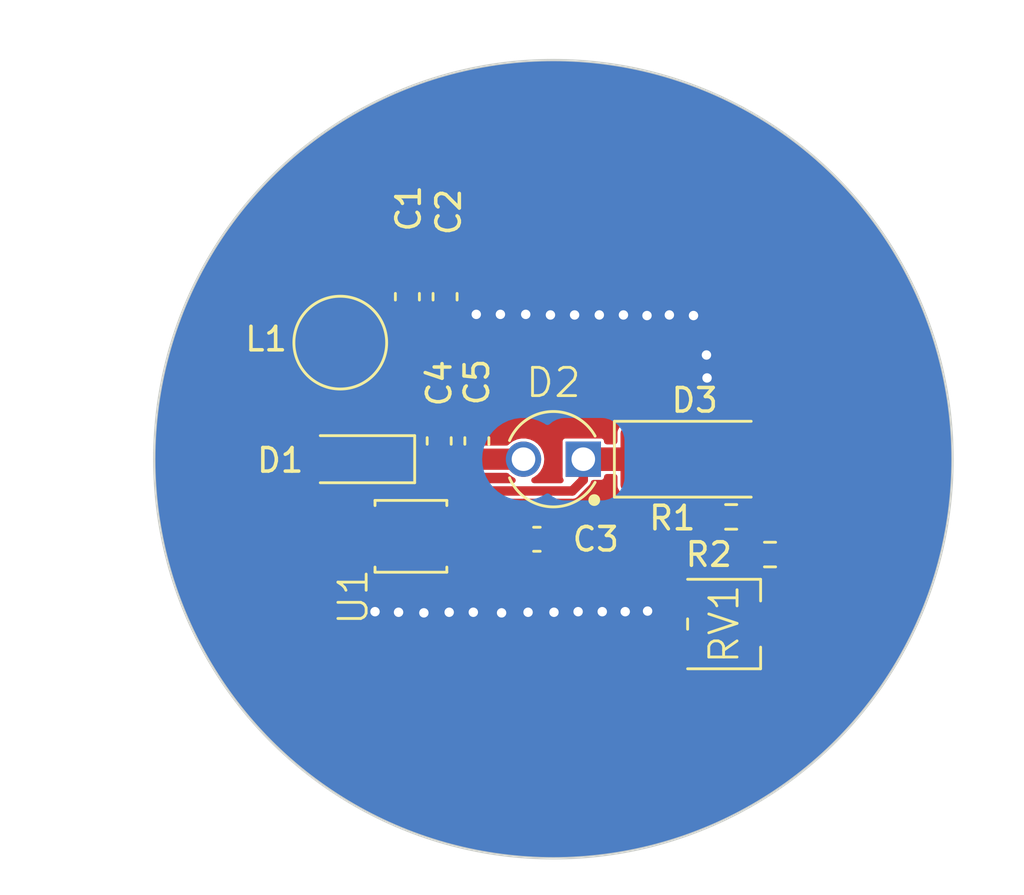
<source format=kicad_pcb>
(kicad_pcb (version 20221018) (generator pcbnew)
  (layers (0 "F.Cu" signal) (31 "B.Cu" signal) (34 "B.Paste" user) (35 "F.Paste" user) (36 "B.SilkS" user "B.Silkscreen") (37 "F.SilkS" user "F.Silkscreen") (38 "B.Mask" user) (39 "F.Mask" user) (44 "Edge.Cuts" user))
  (net 0 "")
  (net 1 "GND")
  (net 2 "Vin")
  (net 3 "Net-(R2-Pad2)")
  (net 4 "Net-(U1-REF)")
  (net 5 "Net-(D1-K)")
  (net 6 "Net-(D1-A)")
  (net 7 "FB")
  (net 8 "Net-(D3-A)")
  (footprint "Diode_SMD:D_SOD-123" (layer "F.Cu") (at 91.75 100 180)
    (fp_text reference "D1" (at 3.35 -0.05 180) (layer "F.SilkS"))
    (fp_text value "MBR0520")
    (fp_line (start -2.36 -1) (end -2.36 1) (stroke (width 0.12)) (layer "F.SilkS"))
    (fp_line (start -2.36 -1) (end 1.65 -1) (stroke (width 0.12)) (layer "F.SilkS"))
    (fp_line (start -2.36 1) (end 1.65 1) (stroke (width 0.12)) (layer "F.SilkS"))
    (pad "1" smd roundrect (at -1.65 0 180) (size 0.9 1.2) (layers "F.Cu" "F.Paste" "F.Mask") (net 5 "Net-(D1-K)"))
    (pad "2" smd roundrect (at 1.65 0 180) (size 0.9 1.2) (layers "F.Cu" "F.Paste" "F.Mask") (net 6 "Net-(D1-A)"))
  )
  (footprint "Diode_SMD:D_MELF" (layer "F.Cu") (at 106 100)
    (fp_text reference "D3" (at 0 -2.5) (layer "F.SilkS"))
    (fp_text value "DIODE")
    (fp_line (start -3.41 -1.61) (end -3.41 1.61) (stroke (width 0.12)) (layer "F.SilkS"))
    (fp_line (start -3.41 1.61) (end 2.4 1.61) (stroke (width 0.12)) (layer "F.SilkS"))
    (fp_line (start 2.4 -1.61) (end -3.41 -1.61) (stroke (width 0.12)) (layer "F.SilkS"))
    (pad "1" smd roundrect (at -2.4 0) (size 1.5 2.7) (layers "F.Cu" "F.Paste" "F.Mask") (roundrect_rratio 0.1666666667) (net 7 "FB"))
    (pad "2" smd roundrect (at 2.4 0) (size 1.5 2.7) (layers "F.Cu" "F.Paste" "F.Mask") (roundrect_rratio 0.1666666667) (net 8 "Net-(D3-A)"))
  )
  (footprint "Personal:PANASONIC_EVM3YSX50B52" (layer "F.Cu") (at 107.25 107 -90)
    (fp_text reference "RV1" (at 0 0 90) (layer "F.SilkS") (effects (font (size 1.2 1.2) (thickness 0.12))))
    (fp_text value "200")
    (fp_line (start -1.9 -1.55) (end -0.98 -1.55) (stroke (width 0.12)) (layer "F.SilkS"))
    (fp_line (start -1.9 1.55) (end -1.9 -1.55) (stroke (width 0.12)) (layer "F.SilkS"))
    (fp_line (start -0.22 1.55) (end 0.22 1.55) (stroke (width 0.12)) (layer "F.SilkS"))
    (fp_line (start 0.98 -1.55) (end 1.9 -1.55) (stroke (width 0.12)) (layer "F.SilkS"))
    (fp_line (start 1.9 -1.55) (end 1.9 1.55) (stroke (width 0.12)) (layer "F.SilkS"))
    (pad "1" smd rect (at 0 -1.65 270) (size 1.6 1.5) (layers "F.Cu" "F.Paste" "F.Mask") (net 3 "Net-(R2-Pad2)"))
    (pad "2" smd rect (at 1 1.6 270) (size 1.2 1.2) (layers "F.Cu" "F.Paste" "F.Mask") (net 3 "Net-(R2-Pad2)"))
    (pad "3" smd rect (at -1 1.6 270) (size 1.2 1.2) (layers "F.Cu" "F.Paste" "F.Mask") (net 1 "GND"))
  )
  (footprint "Capacitor_SMD:C_0603_1608Metric" (layer "F.Cu") (at 95.4 93.1 -90)
    (fp_text reference "C2" (at -3.6 -0.15 90) (layer "F.SilkS"))
    (fp_text value "4u7")
    (fp_line (start -0.14058 -0.51) (end 0.14058 -0.51) (stroke (width 0.12)) (layer "F.SilkS"))
    (fp_line (start -0.14058 0.51) (end 0.14058 0.51) (stroke (width 0.12)) (layer "F.SilkS"))
    (pad "1" smd roundrect (at -0.775 0 270) (size 0.9 0.95) (layers "F.Cu" "F.Paste" "F.Mask") (net 2 "Vin"))
    (pad "2" smd roundrect (at 0.775 0 270) (size 0.9 0.95) (layers "F.Cu" "F.Paste" "F.Mask") (net 1 "GND"))
  )
  (footprint "Capacitor_SMD:C_0603_1608Metric" (layer "F.Cu") (at 95.15 99.225 90)
    (fp_text reference "C4" (at 2.45 0 90) (layer "F.SilkS"))
    (fp_text value "4u7")
    (fp_line (start -0.14058 -0.51) (end 0.14058 -0.51) (stroke (width 0.12)) (layer "F.SilkS"))
    (fp_line (start -0.14058 0.51) (end 0.14058 0.51) (stroke (width 0.12)) (layer "F.SilkS"))
    (pad "1" smd roundrect (at -0.775 0 90) (size 0.9 0.95) (layers "F.Cu" "F.Paste" "F.Mask") (net 5 "Net-(D1-K)"))
    (pad "2" smd roundrect (at 0.775 0 90) (size 0.9 0.95) (layers "F.Cu" "F.Paste" "F.Mask") (net 1 "GND"))
  )
  (footprint "Resistor_SMD:R_0603_1608Metric" (layer "F.Cu") (at 107.55 102.45 180)
    (fp_text reference "R1" (at 2.5 -0.05) (layer "F.SilkS"))
    (fp_text value "2k2")
    (fp_line (start -0.237258 -0.5225) (end 0.237258 -0.5225) (stroke (width 0.12)) (layer "F.SilkS"))
    (fp_line (start -0.237258 0.5225) (end 0.237258 0.5225) (stroke (width 0.12)) (layer "F.SilkS"))
    (pad "1" smd roundrect (at -0.825 0 180) (size 0.8 0.95) (layers "F.Cu" "F.Paste" "F.Mask") (net 8 "Net-(D3-A)"))
    (pad "2" smd roundrect (at 0.825 0 180) (size 0.8 0.95) (layers "F.Cu" "F.Paste" "F.Mask") (net 1 "GND"))
  )
  (footprint "Capacitor_SMD:C_0603_1608Metric" (layer "F.Cu") (at 99.3 103.4)
    (fp_text reference locked "C3" (at 2.5 0) (layer "F.SilkS"))
    (fp_text value "100n")
    (fp_line (start -0.14058 -0.51) (end 0.14058 -0.51) (stroke (width 0.12)) (layer "F.SilkS"))
    (fp_line (start -0.14058 0.51) (end 0.14058 0.51) (stroke (width 0.12)) (layer "F.SilkS"))
    (pad "1" smd roundrect (at -0.775 0) (size 0.9 0.95) (layers "F.Cu" "F.Paste" "F.Mask") (net 4 "Net-(U1-REF)"))
    (pad "2" smd roundrect (at 0.775 0) (size 0.9 0.95) (layers "F.Cu" "F.Paste" "F.Mask") (net 1 "GND"))
  )
  (footprint "Personal:SOP50P490X110-8N" (layer "F.Cu") (at 93.95 103.275 90)
    (fp_text reference "U1" (at -2.575 -2.45 90) (layer "F.SilkS") (effects (font (size 1.2 1.2) (thickness 0.12))))
    (fp_text value "MAX1674")
    (fp_line (start -1.525 -1.525) (end -1.306 -1.525) (stroke (width 0.12)) (layer "F.SilkS"))
    (fp_line (start -1.525 1.525) (end -1.525 -1.525) (stroke (width 0.12)) (layer "F.SilkS"))
    (fp_line (start -1.306 1.525) (end -1.525 1.525) (stroke (width 0.12)) (layer "F.SilkS"))
    (fp_line (start 1.306 1.525) (end 1.525 1.525) (stroke (width 0.12)) (layer "F.SilkS"))
    (fp_line (start 1.525 -1.525) (end 1.306 -1.525) (stroke (width 0.12)) (layer "F.SilkS"))
    (fp_line (start 1.525 1.525) (end 1.525 -1.525) (stroke (width 0.12)) (layer "F.SilkS"))
    (pad "1" smd roundrect (at -0.975 2.1 180) (size 1.171 0.4) (layers "F.Cu" "F.Paste" "F.Mask") (roundrect_rratio 0.2516975) (net 7 "FB"))
    (pad "2" smd roundrect (at -0.325 2.1 180) (size 1.171 0.4) (layers "F.Cu" "F.Paste" "F.Mask") (roundrect_rratio 0.2516975) (net 1 "GND"))
    (pad "3" smd roundrect (at 0.325 2.1 180) (size 1.171 0.4) (layers "F.Cu" "F.Paste" "F.Mask") (roundrect_rratio 0.2516975))
    (pad "4" smd roundrect (at 0.975 2.1 180) (size 1.171 0.4) (layers "F.Cu" "F.Paste" "F.Mask") (roundrect_rratio 0.2516975) (net 4 "Net-(U1-REF)"))
    (pad "5" smd roundrect (at 0.975 -2.1 180) (size 1.171 0.4) (layers "F.Cu" "F.Paste" "F.Mask") (roundrect_rratio 0.2516975) (net 5 "Net-(D1-K)"))
    (pad "6" smd roundrect (at 0.325 -2.1 180) (size 1.171 0.4) (layers "F.Cu" "F.Paste" "F.Mask") (roundrect_rratio 0.2516975) (net 1 "GND"))
    (pad "7" smd roundrect (at -0.325 -2.1 180) (size 1.171 0.4) (layers "F.Cu" "F.Paste" "F.Mask") (roundrect_rratio 0.2516975) (net 6 "Net-(D1-A)"))
    (pad "8" smd roundrect (at -0.975 -2.1 180) (size 1.171 0.4) (layers "F.Cu" "F.Paste" "F.Mask") (roundrect_rratio 0.2516975) (net 5 "Net-(D1-K)"))
  )
  (footprint "Personal:LEDRD254W50D405H508" (layer "F.Cu") (at 100 100 180)
    (fp_text reference "D2" (at 0 3.25) (layer "F.SilkS") (effects (font (size 1.2 1.2) (thickness 0.12))))
    (fp_text value "LED")
    (fp_arc (start -1.7711 -0.9817) (mid 0.105947 -2.022203) (end 1.863988 -0.791251) (stroke (width 0.12)) (layer "F.SilkS"))
    (fp_arc (start 1.864 0.7912) (mid 0.105998 2.022191) (end -1.771067 0.981741) (stroke (width 0.12)) (layer "F.SilkS"))
    (fp_circle (center -1.736 -1.736) (end -1.736 -1.611) (stroke (width 0.25)) (fill none) (layer "F.SilkS"))
    (pad "1" thru_hole rect (at -1.27 0 180) (size 1.5 1.5) (drill 1) (layers "*.Cu" "*.Mask") (net 7 "FB"))
    (pad "2" thru_hole circle (at 1.27 0 180) (size 1.5 1.5) (drill 1) (layers "*.Cu" "*.Mask") (net 5 "Net-(D1-K)"))
  )
  (footprint "Resistor_SMD:R_0603_1608Metric" (layer "F.Cu") (at 109.2 104.05)
    (fp_text reference "R2" (at -2.6 0) (layer "F.SilkS"))
    (fp_text value "33")
    (fp_line (start -0.237258 -0.5225) (end 0.237258 -0.5225) (stroke (width 0.12)) (layer "F.SilkS"))
    (fp_line (start -0.237258 0.5225) (end 0.237258 0.5225) (stroke (width 0.12)) (layer "F.SilkS"))
    (pad "1" smd roundrect (at -0.825 0) (size 0.8 0.95) (layers "F.Cu" "F.Paste" "F.Mask") (net 8 "Net-(D3-A)"))
    (pad "2" smd roundrect (at 0.825 0) (size 0.8 0.95) (layers "F.Cu" "F.Paste" "F.Mask") (net 3 "Net-(R2-Pad2)"))
  )
  (footprint "Personal:DO1608C" (layer "F.Cu") (at 90.95 95.05 -90)
    (fp_text reference "L1" (at -0.15 3.15 unlocked) (layer "F.SilkS"))
    (fp_text value "22u" hide)
    (fp_circle (center 0 0) (end 1.97 0) (stroke (width 0.12)) (fill none) (layer "F.SilkS"))
    (pad "1" smd rect (at -2.73 0 270) (size 1.4 3.56) (layers "F.Cu" "F.Paste" "F.Mask") (net 2 "Vin"))
    (pad "2" smd rect (at 2.73 0 270) (size 1.4 3.56) (layers "F.Cu" "F.Paste" "F.Mask") (net 6 "Net-(D1-A)"))
  )
  (footprint "Capacitor_SMD:C_0603_1608Metric" (layer "F.Cu") (at 93.8 93.1 -90)
    (fp_text reference "C1" (at -3.75 -0.05 90) (layer "F.SilkS"))
    (fp_text value "4u7")
    (fp_line (start -0.14058 -0.51) (end 0.14058 -0.51) (stroke (width 0.12)) (layer "F.SilkS"))
    (fp_line (start -0.14058 0.51) (end 0.14058 0.51) (stroke (width 0.12)) (layer "F.SilkS"))
    (pad "1" smd roundrect (at -0.775 0 270) (size 0.9 0.95) (layers "F.Cu" "F.Paste" "F.Mask") (net 2 "Vin"))
    (pad "2" smd roundrect (at 0.775 0 270) (size 0.9 0.95) (layers "F.Cu" "F.Paste" "F.Mask") (net 1 "GND"))
  )
  (footprint "Capacitor_SMD:C_0603_1608Metric" (layer "F.Cu") (at 96.75 99.225 90)
    (fp_text reference "C5" (at 2.5 0 90) (layer "F.SilkS"))
    (fp_text value "4u7")
    (fp_line (start -0.14058 -0.51) (end 0.14058 -0.51) (stroke (width 0.12)) (layer "F.SilkS"))
    (fp_line (start -0.14058 0.51) (end 0.14058 0.51) (stroke (width 0.12)) (layer "F.SilkS"))
    (pad "1" smd roundrect (at -0.775 0 90) (size 0.9 0.95) (layers "F.Cu" "F.Paste" "F.Mask") (net 5 "Net-(D1-K)"))
    (pad "2" smd roundrect (at 0.775 0 90) (size 0.9 0.95) (layers "F.Cu" "F.Paste" "F.Mask") (net 1 "GND"))
  )
  (gr_circle (center 100 100) (end 116.95 100) (stroke (width 0.1)) (fill none) (layer "Edge.Cuts"))
  (via (at 97.75 93.85) (size 0.8) (drill 0.4) (layers "F.Cu" "B.Cu") (net 1))
  (via (at 104 106.45) (size 0.8) (drill 0.4) (layers "F.Cu" "B.Cu") (net 1))
  (via (at 98.825 93.85) (size 0.8) (drill 0.4) (layers "F.Cu" "B.Cu") (net 1))
  (via (at 95.575 106.5) (size 0.8) (drill 0.4) (layers "F.Cu" "B.Cu") (net 1))
  (via (at 101.05 106.475) (size 0.8) (drill 0.4) (layers "F.Cu" "B.Cu") (net 1))
  (via (at 106.525 96.55) (size 0.8) (drill 0.4) (layers "F.Cu" "B.Cu") (net 1))
  (via (at 92.425 106.475) (size 0.8) (drill 0.4) (layers "F.Cu" "B.Cu") (net 1))
  (via (at 102.075 106.475) (size 0.8) (drill 0.4) (layers "F.Cu" "B.Cu") (net 1))
  (via (at 106.5 95.575) (size 0.8) (drill 0.4) (layers "F.Cu" "B.Cu") (net 1))
  (via (at 105.95 93.9) (size 0.8) (drill 0.4) (layers "F.Cu" "B.Cu") (net 1))
  (via (at 100.9 93.875) (size 0.8) (drill 0.4) (layers "F.Cu" "B.Cu") (net 1))
  (via (at 94.5 106.525) (size 0.8) (drill 0.4) (layers "F.Cu" "B.Cu") (net 1))
  (via (at 98.925 106.5) (size 0.8) (drill 0.4) (layers "F.Cu" "B.Cu") (net 1))
  (via (at 97.8 106.525) (size 0.8) (drill 0.4) (layers "F.Cu" "B.Cu") (net 1))
  (via (at 103.975 93.9) (size 0.8) (drill 0.4) (layers "F.Cu" "B.Cu") (net 1))
  (via (at 99.875 93.875) (size 0.8) (drill 0.4) (layers "F.Cu" "B.Cu") (net 1))
  (via (at 103.05 106.475) (size 0.8) (drill 0.4) (layers "F.Cu" "B.Cu") (net 1))
  (via (at 96.6 106.5) (size 0.8) (drill 0.4) (layers "F.Cu" "B.Cu") (net 1))
  (via (at 96.725 93.85) (size 0.8) (drill 0.4) (layers "F.Cu" "B.Cu") (net 1))
  (via (at 104.925 93.875) (size 0.8) (drill 0.4) (layers "F.Cu" "B.Cu") (net 1))
  (via (at 102.975 93.875) (size 0.8) (drill 0.4) (layers "F.Cu" "B.Cu") (net 1))
  (via (at 93.425 106.5) (size 0.8) (drill 0.4) (layers "F.Cu" "B.Cu") (net 1))
  (via (at 101.95 93.875) (size 0.8) (drill 0.4) (layers "F.Cu" "B.Cu") (net 1))
  (via (at 100.025 106.5) (size 0.8) (drill 0.4) (layers "F.Cu" "B.Cu") (net 1))
  (segment (start 90.95 92.32) (end 95.355 92.32) (width 0.9) (layer "F.Cu") (net 2))
  (segment (start 95.355 92.32) (end 95.4 92.275) (width 0.25) (layer "F.Cu") (net 2))
  (segment (start 110.025 104.925) (end 108.9 106.05) (width 0.25) (layer "F.Cu") (net 3))
  (segment (start 110.025 104.05) (end 110.025 104.925) (width 0.25) (layer "F.Cu") (net 3))
  (segment (start 107.9 108) (end 108.9 107) (width 0.25) (layer "F.Cu") (net 3))
  (segment (start 105.65 108) (end 107.9 108) (width 0.25) (layer "F.Cu") (net 3))
  (segment (start 108.9 106.05) (end 108.9 107) (width 0.25) (layer "F.Cu") (net 3))
  (segment (start 98.525 103.4) (end 98.525 102.675) (width 0.4) (layer "F.Cu") (net 4))
  (segment (start 98.15 102.3) (end 96.05 102.3) (width 0.4) (layer "F.Cu") (net 4))
  (segment (start 98.525 102.675) (end 98.15 102.3) (width 0.4) (layer "F.Cu") (net 4))
  (segment (start 95.15 100) (end 96.75 100) (width 0.9) (layer "F.Cu") (net 5))
  (segment (start 92.85 104.25) (end 93.4 103.7) (width 0.4) (layer "F.Cu") (net 5))
  (segment (start 98.73 100) (end 96.775 100) (width 0.9) (layer "F.Cu") (net 5))
  (segment (start 93.4 103.7) (end 93.4 101.6) (width 0.4) (layer "F.Cu") (net 5))
  (segment (start 91.85 104.25) (end 92.85 104.25) (width 0.4) (layer "F.Cu") (net 5))
  (segment (start 96.775 100) (end 96.75 99.975) (width 0.25) (layer "F.Cu") (net 5))
  (segment (start 93.4 101.6) (end 93.4 100) (width 0.4) (layer "F.Cu") (net 5))
  (segment (start 95.15 100) (end 93.4 100) (width 0.9) (layer "F.Cu") (net 5))
  (segment (start 92.7 102.3) (end 93.4 101.6) (width 0.4) (layer "F.Cu") (net 5))
  (segment (start 91.85 102.3) (end 92.7 102.3) (width 0.4) (layer "F.Cu") (net 5))
  (segment (start 90.1 100) (end 90.1 103.05) (width 0.4) (layer "F.Cu") (net 6))
  (segment (start 90.65 103.6) (end 91.264501 103.6) (width 0.4) (layer "F.Cu") (net 6))
  (segment (start 91.264501 103.6) (end 91.85 103.6) (width 0.25) (layer "F.Cu") (net 6))
  (segment (start 90.1 103.05) (end 90.65 103.6) (width 0.4) (layer "F.Cu") (net 6))
  (segment (start 96.05 104.25) (end 95.464501 104.25) (width 0.25) (layer "F.Cu") (net 7))
  (segment (start 95.464501 104.25) (end 95.35 104.25) (width 0.4) (layer "F.Cu") (net 7))
  (segment (start 95.55 101.35) (end 100.8 101.35) (width 0.4) (layer "F.Cu") (net 7))
  (segment (start 101.27 100) (end 103.6 100) (width 1) (layer "F.Cu") (net 7))
  (segment (start 94.85 102.05) (end 95.55 101.35) (width 0.4) (layer "F.Cu") (net 7))
  (segment (start 94.85 103.75) (end 94.85 102.05) (width 0.4) (layer "F.Cu") (net 7))
  (segment (start 95.35 104.25) (end 94.85 103.75) (width 0.4) (layer "F.Cu") (net 7))
  (segment (start 100.8 101.35) (end 101.27 100.88) (width 0.4) (layer "F.Cu") (net 7))
  (segment (start 101.27 100.88) (end 101.27 100) (width 0.4) (layer "F.Cu") (net 7))
  (segment (start 108.375 104.05) (end 108.375 100.025) (width 0.25) (layer "F.Cu") (net 8))
  (segment (start 108.375 100.025) (end 108.4 100) (width 0.25) (layer "F.Cu") (net 8))
  (zone (net 2) (net_name "Vin") (layer "F.Cu") (connect_pads yes (clearance 0)) (min_thickness 0.254) (fill yes (thermal_gap 0.508) (thermal_bridge_width 0.508))
    (polygon (pts (xy 111 82.5) (xy 119.5 96.5) (xy 113.5 116) (xy 89 118.5) (xy 76.5 94) (xy 94 80.5)))
  )
  (zone (net 6) (net_name "Net-(D1-A)") (layer "F.Cu") (priority 2) (connect_pads yes (clearance 0)) (min_thickness 0.25) (fill yes (thermal_gap 0.5) (thermal_bridge_width 0.5))
    (polygon (pts (xy 89.15 97.05) (xy 92.75 97.05) (xy 92.75 98.55) (xy 90.55 98.55) (xy 90.55 100.6) (xy 89.15 100.6)))
  )
  (zone (net 1) (net_name "GND") (layer "F.Cu") (name "Vin") (priority 1) (connect_pads yes (clearance 0)) (min_thickness 0.254) (fill yes (thermal_gap 0.508) (thermal_bridge_width 0.508))
    (polygon (pts (xy 93.175 93.3) (xy 107.05 93.3) (xy 107 106.975) (xy 90.325 106.95) (xy 90.325 96.925) (xy 93.175 96.925) (xy 93.175 93.3)))
  )
  (zone (net 1) (net_name "GND") (layer "B.Cu") (name "Vin") (connect_pads yes (clearance 1)) (min_thickness 0.254) (fill yes (thermal_gap 0.508) (thermal_bridge_width 0.508))
    (polygon (pts (xy 120 86.5) (xy 118.5 106.5) (xy 112 118) (xy 84.5 117) (xy 78 90.5) (xy 100 81)))
  )
)
</source>
